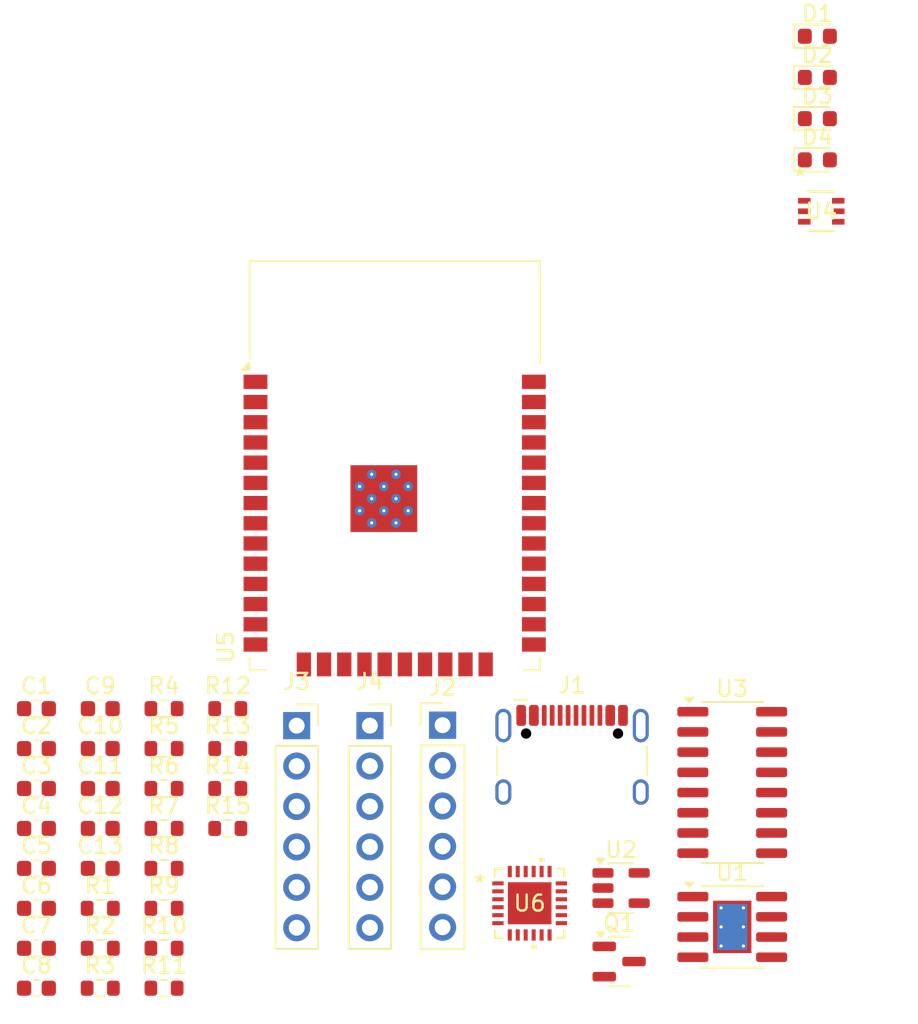
<source format=kicad_pcb>
(kicad_pcb (version 20241229) (generator "pcbnew") (generator_version "9.0")
  (layers (0 "F.Cu" signal) (2 "B.Cu" signal) (13 "F.Paste" user) (15 "B.Paste" user) (5 "F.SilkS" user "F.Silkscreen") (7 "B.SilkS" user "B.Silkscreen") (1 "F.Mask" user) (3 "B.Mask" user) (25 "Edge.Cuts" user))
  (net 0 "")
  (net 1 "VBUS")
  (net 2 "GND")
  (net 3 "Net-(U2-BP)")
  (net 4 "+3V3")
  (net 5 "+BATT")
  (net 6 "EN")
  (net 9 "Net-(U6-CPOUT)")
  (net 10 "Net-(U6-REGOUT)")
  (net 11 "+5V")
  (net 12 "Net-(D2-A)")
  (net 13 "Net-(D3-K)")
  (net 14 "Net-(D4-K)")
  (net 15 "D-")
  (net 18 "D+")
  (net 21 "SCL")
  (net 22 "SDA")
  (net 23 "TXD2")
  (net 24 "RXD2")
  (net 25 "SRV_2")
  (net 26 "SRV_4")
  (net 27 "SRV_3")
  (net 28 "SRV_1")
  (net 29 "Net-(U1-PROG)")
  (net 30 "Net-(U1-~{CHRG})")
  (net 31 "Net-(U1-~{STDBY})")
  (net 32 "ADC_BAT")
  (net 33 "LDO_H")
  (net 34 "Net-(U3-RXD)")
  (net 35 "TX")
  (net 36 "Net-(U3-TXD)")
  (net 37 "RX")
  (net 38 "IO0")
  (net 39 "Net-(U6-AD0)")
  (net 40 "LDO_EN")
  (net 45 "RTS")
  (net 46 "DTR")
  (net 51 "LED_1")
  (net 52 "MOT_2")
  (net 56 "EXIO1")
  (net 57 "MOT_1")
  (net 58 "EXI5")
  (net 59 "EXIO4")
  (net 61 "LED_3")
  (net 62 "LED_2")
  (net 64 "EXIO2")
  (net 67 "MOT_3")
  (net 69 "MOT_4")
  (net 70 "EXIO3")
  (footprint "Resistor_SMD:R_0603_1608Metric" (layer "F.Cu") (at 108.695 123.925)
    (property "Reference" "R1" (at 0 -1.43 0) (layer "F.SilkS"))
    (property "Value" "100k")
    (fp_line (start -0.237258 -0.5225) (end 0.237258 -0.5225) (stroke (width 0.12)) (layer "F.SilkS"))
    (fp_line (start -0.237258 0.5225) (end 0.237258 0.5225) (stroke (width 0.12)) (layer "F.SilkS"))
    (pad "1" smd roundrect (at -0.825 0) (size 0.8 0.95) (layers "F.Cu" "F.Mask" "F.Paste") (net 11 "+5V"))
    (pad "2" smd roundrect (at 0.825 0) (size 0.8 0.95) (layers "F.Cu" "F.Mask" "F.Paste") (net 2 "GND"))
  )
  (footprint "RF_Module:ESP32-WROOM-32" (layer "F.Cu") (at 127.205 99.085)
    (property "Reference" "U5" (at -10.61 8.43 90) (layer "F.SilkS"))
    (property "Value" "ESP32-WROOM-32")
    (fp_line (start -9.12 -15.86) (end -9.12 -9.7) (stroke (width 0.12)) (layer "F.SilkS"))
    (fp_line (start -9.12 -15.86) (end 9.12 -15.86) (stroke (width 0.12)) (layer "F.SilkS"))
    (fp_line (start -9.12 9.1) (end -9.12 9.88) (stroke (width 0.12)) (layer "F.SilkS"))
    (fp_line (start -9.12 9.88) (end -8.12 9.88) (stroke (width 0.12)) (layer "F.SilkS"))
    (fp_line (start 9.12 -15.86) (end 9.12 -9.445) (stroke (width 0.12)) (layer "F.SilkS"))
    (fp_line (start 9.12 9.1) (end 9.12 9.88) (stroke (width 0.12)) (layer "F.SilkS"))
    (fp_line (start 9.12 9.88) (end 8.12 9.88) (stroke (width 0.12)) (layer "F.SilkS"))
    (fp_poly (pts (xy -9.125 -8.975) (xy -9.625 -8.975) (xy -9.125 -9.475) (xy -9.125 -8.975)) (stroke (width 0.12)) (fill yes) (layer "F.SilkS"))
    (pad "1" smd rect (at -8.75 -8.25) (size 1.5 0.9) (layers "F.Cu" "F.Mask" "F.Paste") (net 2 "GND"))
    (pad "2" smd rect (at -8.75 -6.98) (size 1.5 0.9) (layers "F.Cu" "F.Mask" "F.Paste"))
    (pad "3" smd rect (at -8.75 -5.71) (size 1.5 0.9) (layers "F.Cu" "F.Mask" "F.Paste") (net 6 "EN"))
    (pad "4" smd rect (at -8.75 -4.44) (size 1.5 0.9) (layers "F.Cu" "F.Mask" "F.Paste"))
    (pad "5" smd rect (at -8.75 -3.17) (size 1.5 0.9) (layers "F.Cu" "F.Mask" "F.Paste"))
    (pad "6" smd rect (at -8.75 -1.9) (size 1.5 0.9) (layers "F.Cu" "F.Mask" "F.Paste") (net 58 "EXI5"))
    (pad "7" smd rect (at -8.75 -0.63) (size 1.5 0.9) (layers "F.Cu" "F.Mask" "F.Paste") (net 32 "ADC_BAT"))
    (pad "8" smd rect (at -8.75 0.64) (size 1.5 0.9) (layers "F.Cu" "F.Mask" "F.Paste") (net 67 "MOT_3"))
    (pad "9" smd rect (at -8.75 1.91) (size 1.5 0.9) (layers "F.Cu" "F.Mask" "F.Paste") (net 52 "MOT_2"))
    (pad "10" smd rect (at -8.75 3.18) (size 1.5 0.9) (layers "F.Cu" "F.Mask" "F.Paste") (net 69 "MOT_4"))
    (pad "11" smd rect (at -8.75 4.45) (size 1.5 0.9) (layers "F.Cu" "F.Mask" "F.Paste") (net 26 "SRV_4"))
    (pad "12" smd rect (at -8.75 5.72) (size 1.5 0.9) (layers "F.Cu" "F.Mask" "F.Paste") (net 27 "SRV_3"))
    (pad "13" smd rect (at -8.75 6.99) (size 1.5 0.9) (layers "F.Cu" "F.Mask" "F.Paste") (net 25 "SRV_2"))
    (pad "14" smd rect (at -8.75 8.26) (size 1.5 0.9) (layers "F.Cu" "F.Mask" "F.Paste") (net 28 "SRV_1"))
    (pad "15" smd rect (at -5.71 9.51 90) (size 1.5 0.9) (layers "F.Cu" "F.Mask" "F.Paste") (net 2 "GND"))
    (pad "16" smd rect (at -4.44 9.51 90) (size 1.5 0.9) (layers "F.Cu" "F.Mask" "F.Paste") (net 56 "EXIO1"))
    (pad "17" smd rect (at -3.17 9.51 90) (size 1.5 0.9) (layers "F.Cu" "F.Mask" "F.Paste"))
    (pad "18" smd rect (at -1.9 9.51 90) (size 1.5 0.9) (layers "F.Cu" "F.Mask" "F.Paste"))
    (pad "19" smd rect (at -0.63 9.51 90) (size 1.5 0.9) (layers "F.Cu" "F.Mask" "F.Paste"))
    (pad "20" smd rect (at 0.64 9.51 90) (size 1.5 0.9) (layers "F.Cu" "F.Mask" "F.Paste"))
    (pad "21" smd rect (at 1.91 9.51 90) (size 1.5 0.9) (layers "F.Cu" "F.Mask" "F.Paste"))
    (pad "22" smd rect (at 3.18 9.51 90) (size 1.5 0.9) (layers "F.Cu" "F.Mask" "F.Paste"))
    (pad "23" smd rect (at 4.45 9.51 90) (size 1.5 0.9) (layers "F.Cu" "F.Mask" "F.Paste") (net 64 "EXIO2"))
    (pad "24" smd rect (at 5.72 9.51 90) (size 1.5 0.9) (layers "F.Cu" "F.Mask" "F.Paste") (net 70 "EXIO3"))
    (pad "25" smd rect (at 8.75 8.26) (size 1.5 0.9) (layers "F.Cu" "F.Mask" "F.Paste") (net 38 "IO0"))
    (pad "26" smd rect (at 8.75 6.99) (size 1.5 0.9) (layers "F.Cu" "F.Mask" "F.Paste") (net 57 "MOT_1"))
    (pad "27" smd rect (at 8.75 5.72) (size 1.5 0.9) (layers "F.Cu" "F.Mask" "F.Paste") (net 24 "RXD2"))
    (pad "28" smd rect (at 8.75 4.45) (size 1.5 0.9) (layers "F.Cu" "F.Mask" "F.Paste") (net 23 "TXD2"))
    (pad "29" smd rect (at 8.75 3.18) (size 1.5 0.9) (layers "F.Cu" "F.Mask" "F.Paste") (net 62 "LED_2"))
    (pad "30" smd rect (at 8.75 1.91) (size 1.5 0.9) (layers "F.Cu" "F.Mask" "F.Paste") (net 61 "LED_3"))
    (pad "31" smd rect (at 8.75 0.64) (size 1.5 0.9) (layers "F.Cu" "F.Mask" "F.Paste") (net 59 "EXIO4"))
    (pad "32" smd rect (at 8.75 -0.63) (size 1.5 0.9) (layers "F.Cu" "F.Mask" "F.Paste"))
    (pad "33" smd rect (at 8.75 -1.9) (size 1.5 0.9) (layers "F.Cu" "F.Mask" "F.Paste") (net 22 "SDA"))
    (pad "34" smd rect (at 8.75 -3.17) (size 1.5 0.9) (layers "F.Cu" "F.Mask" "F.Paste") (net 37 "RX"))
    (pad "35" smd rect (at 8.75 -4.44) (size 1.5 0.9) (layers "F.Cu" "F.Mask" "F.Paste") (net 35 "TX"))
    (pad "36" smd rect (at 8.75 -5.71) (size 1.5 0.9) (layers "F.Cu" "F.Mask" "F.Paste") (net 21 "SCL"))
    (pad "37" smd rect (at 8.75 -6.98) (size 1.5 0.9) (layers "F.Cu" "F.Mask" "F.Paste") (net 51 "LED_1"))
    (pad "38" smd rect (at 8.75 -8.25) (size 1.5 0.9) (layers "F.Cu" "F.Mask" "F.Paste") (net 2 "GND"))
    (pad "39" smd rect (at -2.205 -2.435) (size 1.05 1.05) (layers "F.Cu" "F.Paste") (net 2 "GND"))
    (pad "39" thru_hole circle (at -2.205 -1.6725) (size 0.6 0.6) (drill 0.2) (property pad_prop_heatsink) (layers "*.Cu" "F.Mask") (net 2 "GND"))
    (pad "39" smd rect (at -2.205 -0.91) (size 1.05 1.05) (layers "F.Cu" "F.Paste") (net 2 "GND"))
    (pad "39" thru_hole circle (at -2.205 -0.1475) (size 0.6 0.6) (drill 0.2) (property pad_prop_heatsink) (layers "*.Cu" "F.Mask") (net 2 "GND"))
    (pad "39" smd rect (at -2.205 0.615) (size 1.05 1.05) (layers "F.Cu" "F.Paste") (net 2 "GND"))
    (pad "39" thru_hole circle (at -1.4425 -2.435) (size 0.6 0.6) (drill 0.2) (property pad_prop_heatsink) (layers "*.Cu" "F.Mask") (net 2 "GND"))
    (pad "39" thru_hole circle (at -1.4425 -0.91) (size 0.6 0.6) (drill 0.2) (property pad_prop_heatsink) (layers "*.Cu" "F.Mask") (net 2 "GND"))
    (pad "39" thru_hole circle (at -1.4425 0.615) (size 0.6 0.6) (drill 0.2) (property pad_prop_heatsink) (layers "*.Cu" "F.Mask") (net 2 "GND"))
    (pad "39" smd rect (at -0.68 -2.435) (size 1.05 1.05) (layers "F.Cu" "F.Paste") (net 2 "GND"))
    (pad "39" thru_hole circle (at -0.68 -1.6725) (size 0.6 0.6) (drill 0.2) (property pad_prop_heatsink) (layers "*.Cu" "F.Mask") (net 2 "GND"))
    (pad "39" smd rect (at -0.68 -0.91) (size 1.05 1.05) (layers "F.Cu" "F.Paste") (net 2 "GND"))
    (pad "39" smd rect (at -0.68 -0.91) (size 4.2 4.2) (property pad_prop_heatsink) (layers "F.Cu" "F.Mask") (net 2 "GND"))
    (pad "39" thru_hole circle (at -0.68 -0.1475) (size 0.6 0.6) (drill 0.2) (property pad_prop_heatsink) (layers "*.Cu" "F.Mask") (net 2 "GND"))
    (pad "39" smd rect (at -0.68 0.615) (size 1.05 1.05) (layers "F.Cu" "F.Paste") (net 2 "GND"))
    (pad "39" thru_hole circle (at 0.0825 -2.435) (size 0.6 0.6) (drill 0.2) (property pad_prop_heatsink) (layers "*.Cu" "F.Mask") (net 2 "GND"))
    (pad "39" thru_hole circle (at 0.0825 -0.91) (size 0.6 0.6) (drill 0.2) (property pad_prop_heatsink) (layers "*.Cu" "F.Mask") (net 2 "GND"))
    (pad "39" thru_hole circle (at 0.0825 0.615) (size 0.6 0.6) (drill 0.2) (property pad_prop_heatsink) (layers "*.Cu" "F.Mask") (net 2 "GND"))
    (pad "39" smd rect (at 0.845 -2.435) (size 1.05 1.05) (layers "F.Cu" "F.Paste") (net 2 "GND"))
    (pad "39" thru_hole circle (at 0.845 -1.6725) (size 0.6 0.6) (drill 0.2) (property pad_prop_heatsink) (layers "*.Cu" "F.Mask") (net 2 "GND"))
    (pad "39" smd rect (at 0.845 -0.91) (size 1.05 1.05) (layers "F.Cu" "F.Paste") (net 2 "GND"))
    (pad "39" thru_hole circle (at 0.845 -0.1475) (size 0.6 0.6) (drill 0.2) (property pad_prop_heatsink) (layers "*.Cu" "F.Mask") (net 2 "GND"))
    (pad "39" smd rect (at 0.845 0.615) (size 1.05 1.05) (layers "F.Cu" "F.Paste") (net 2 "GND"))
  )
  (footprint "Connector_PinSocket_2.54mm:PinSocket_1x06_P2.54mm_Vertical" (layer "F.Cu") (at 121.045 112.445)
    (property "Reference" "J3" (at 0 -2.77 0) (layer "F.SilkS"))
    (property "Value" "Conn_01x06_Socket")
    (fp_line (start -1.33 1.27) (end -1.33 14.03) (stroke (width 0.12)) (layer "F.SilkS"))
    (fp_line (start -1.33 1.27) (end 1.33 1.27) (stroke (width 0.12)) (layer "F.SilkS"))
    (fp_line (start -1.33 14.03) (end 1.33 14.03) (stroke (width 0.12)) (layer "F.SilkS"))
    (fp_line (start 0 -1.33) (end 1.33 -1.33) (stroke (width 0.12)) (layer "F.SilkS"))
    (fp_line (start 1.33 -1.33) (end 1.33 0) (stroke (width 0.12)) (layer "F.SilkS"))
    (fp_line (start 1.33 1.27) (end 1.33 14.03) (stroke (width 0.12)) (layer "F.SilkS"))
    (pad "1" thru_hole rect (at 0 0) (size 1.7 1.7) (drill 1) (layers "*.Cu" "*.Mask") (net 2 "GND"))
    (pad "2" thru_hole circle (at 0 2.54) (size 1.7 1.7) (drill 1) (layers "*.Cu" "*.Mask") (net 4 "+3V3"))
    (pad "3" thru_hole circle (at 0 5.08) (size 1.7 1.7) (drill 1) (layers "*.Cu" "*.Mask") (net 24 "RXD2"))
    (pad "4" thru_hole circle (at 0 7.62) (size 1.7 1.7) (drill 1) (layers "*.Cu" "*.Mask") (net 23 "TXD2"))
    (pad "5" thru_hole circle (at 0 10.16) (size 1.7 1.7) (drill 1) (layers "*.Cu" "*.Mask") (net 22 "SDA"))
    (pad "6" thru_hole circle (at 0 12.7) (size 1.7 1.7) (drill 1) (layers "*.Cu" "*.Mask") (net 21 "SCL"))
  )
  (footprint "Resistor_SMD:R_0603_1608Metric" (layer "F.Cu") (at 112.705 128.945)
    (property "Reference" "R11" (at 0 -1.43 0) (layer "F.SilkS"))
    (property "Value" "10k")
    (fp_line (start -0.237258 -0.5225) (end 0.237258 -0.5225) (stroke (width 0.12)) (layer "F.SilkS"))
    (fp_line (start -0.237258 0.5225) (end 0.237258 0.5225) (stroke (width 0.12)) (layer "F.SilkS"))
    (pad "1" smd roundrect (at -0.825 0) (size 0.8 0.95) (layers "F.Cu" "F.Mask" "F.Paste") (net 4 "+3V3"))
    (pad "2" smd roundrect (at 0.825 0) (size 0.8 0.95) (layers "F.Cu" "F.Mask" "F.Paste") (net 6 "EN"))
  )
  (footprint "Capacitor_SMD:C_0603_1608Metric" (layer "F.Cu") (at 104.685 121.415)
    (property "Reference" "C5" (at 0 -1.43 0) (layer "F.SilkS"))
    (property "Value" "10uF")
    (fp_line (start -0.14058 -0.51) (end 0.14058 -0.51) (stroke (width 0.12)) (layer "F.SilkS"))
    (fp_line (start -0.14058 0.51) (end 0.14058 0.51) (stroke (width 0.12)) (layer "F.SilkS"))
    (pad "1" smd roundrect (at -0.775 0) (size 0.9 0.95) (layers "F.Cu" "F.Mask" "F.Paste") (net 5 "+BATT"))
    (pad "2" smd roundrect (at 0.775 0) (size 0.9 0.95) (layers "F.Cu" "F.Mask" "F.Paste") (net 2 "GND"))
  )
  (footprint "Diode_SMD:D_0603_1608Metric" (layer "F.Cu") (at 153.775 69.115)
    (property "Reference" "D1" (at 0 -1.43 0) (layer "F.SilkS"))
    (property "Value" "SS34")
    (fp_line (start -1.485 -0.735) (end -1.485 0.735) (stroke (width 0.12)) (layer "F.SilkS"))
    (fp_line (start -1.485 0.735) (end 0.8 0.735) (stroke (width 0.12)) (layer "F.SilkS"))
    (fp_line (start 0.8 -0.735) (end -1.485 -0.735) (stroke (width 0.12)) (layer "F.SilkS"))
    (pad "1" smd roundrect (at -0.7875 0) (size 0.875 0.95) (layers "F.Cu" "F.Mask" "F.Paste") (net 1 "VBUS"))
    (pad "2" smd roundrect (at 0.7875 0) (size 0.875 0.95) (layers "F.Cu" "F.Mask" "F.Paste") (net 11 "+5V"))
  )
  (footprint "Resistor_SMD:R_0603_1608Metric" (layer "F.Cu") (at 108.695 128.945)
    (property "Reference" "R3" (at 0 -1.43 0) (layer "F.SilkS"))
    (property "Value" "3.3k")
    (fp_line (start -0.237258 -0.5225) (end 0.237258 -0.5225) (stroke (width 0.12)) (layer "F.SilkS"))
    (fp_line (start -0.237258 0.5225) (end 0.237258 0.5225) (stroke (width 0.12)) (layer "F.SilkS"))
    (pad "1" smd roundrect (at -0.825 0) (size 0.8 0.95) (layers "F.Cu" "F.Mask" "F.Paste") (net 29 "Net-(U1-PROG)"))
    (pad "2" smd roundrect (at 0.825 0) (size 0.8 0.95) (layers "F.Cu" "F.Mask" "F.Paste") (net 2 "GND"))
  )
  (footprint "Resistor_SMD:R_0603_1608Metric" (layer "F.Cu") (at 116.715 111.375)
    (property "Reference" "R12" (at 0 -1.43 0) (layer "F.SilkS"))
    (property "Value" "10k")
    (fp_line (start -0.237258 -0.5225) (end 0.237258 -0.5225) (stroke (width 0.12)) (layer "F.SilkS"))
    (fp_line (start -0.237258 0.5225) (end 0.237258 0.5225) (stroke (width 0.12)) (layer "F.SilkS"))
    (pad "1" smd roundrect (at -0.825 0) (size 0.8 0.95) (layers "F.Cu" "F.Mask" "F.Paste") (net 4 "+3V3"))
    (pad "2" smd roundrect (at 0.825 0) (size 0.8 0.95) (layers "F.Cu" "F.Mask" "F.Paste") (net 38 "IO0"))
  )
  (footprint "Package_TO_SOT_SMD:SOT-23" (layer "F.Cu") (at 141.315 127.27)
    (property "Reference" "Q1" (at 0 -2.4 0) (layer "F.SilkS"))
    (property "Value" "AO3401A")
    (fp_line (start 0 -1.56) (end -0.65 -1.56) (stroke (width 0.12)) (layer "F.SilkS"))
    (fp_line (start 0 -1.56) (end 0.65 -1.56) (stroke (width 0.12)) (layer "F.SilkS"))
    (fp_line (start 0 1.56) (end -0.65 1.56) (stroke (width 0.12)) (layer "F.SilkS"))
    (fp_line (start 0 1.56) (end 0.65 1.56) (stroke (width 0.12)) (layer "F.SilkS"))
    (fp_poly (pts (xy -1.1625 -1.51) (xy -1.4025 -1.84) (xy -0.9225 -1.84)) (stroke (width 0.12)) (fill yes) (layer "F.SilkS"))
    (pad "1" smd roundrect (at -0.9375 -0.95) (size 1.475 0.6) (layers "F.Cu" "F.Mask" "F.Paste") (net 5 "+BATT"))
    (pad "2" smd roundrect (at -0.9375 0.95) (size 1.475 0.6) (layers "F.Cu" "F.Mask" "F.Paste") (net 11 "+5V"))
    (pad "3" smd roundrect (at 0.9375 0) (size 1.475 0.6) (layers "F.Cu" "F.Mask" "F.Paste") (net 1 "VBUS"))
  )
  (footprint "Resistor_SMD:R_0603_1608Metric" (layer "F.Cu") (at 116.715 118.905)
    (property "Reference" "R15" (at 0 -1.43 0) (layer "F.SilkS"))
    (property "Value" "4.7k")
    (fp_line (start -0.237258 -0.5225) (end 0.237258 -0.5225) (stroke (width 0.12)) (layer "F.SilkS"))
    (fp_line (start -0.237258 0.5225) (end 0.237258 0.5225) (stroke (width 0.12)) (layer "F.SilkS"))
    (pad "1" smd roundrect (at -0.825 0) (size 0.8 0.95) (layers "F.Cu" "F.Mask" "F.Paste") (net 2 "GND"))
    (pad "2" smd roundrect (at 0.825 0) (size 0.8 0.95) (layers "F.Cu" "F.Mask" "F.Paste") (net 39 "Net-(U6-AD0)"))
  )
  (footprint "Resistor_SMD:R_0603_1608Metric" (layer "F.Cu") (at 112.705 126.435)
    (property "Reference" "R10" (at 0 -1.43 0) (layer "F.SilkS"))
    (property "Value" "1k")
    (fp_line (start -0.237258 -0.5225) (end 0.237258 -0.5225) (stroke (width 0.12)) (layer "F.SilkS"))
    (fp_line (start -0.237258 0.5225) (end 0.237258 0.5225) (stroke (width 0.12)) (layer "F.SilkS"))
    (pad "1" smd roundrect (at -0.825 0) (size 0.8 0.95) (layers "F.Cu" "F.Mask" "F.Paste") (net 36 "Net-(U3-TXD)"))
    (pad "2" smd roundrect (at 0.825 0) (size 0.8 0.95) (layers "F.Cu" "F.Mask" "F.Paste") (net 37 "RX"))
  )
  (footprint "Connector_PinSocket_2.54mm:PinSocket_1x06_P2.54mm_Vertical" (layer "F.Cu") (at 125.645 112.445)
    (property "Reference" "J4" (at 0 -2.77 0) (layer "F.SilkS"))
    (property "Value" "Conn_01x06_Socket")
    (fp_line (start -1.33 1.27) (end -1.33 14.03) (stroke (width 0.12)) (layer "F.SilkS"))
    (fp_line (start -1.33 1.27) (end 1.33 1.27) (stroke (width 0.12)) (layer "F.SilkS"))
    (fp_line (start -1.33 14.03) (end 1.33 14.03) (stroke (width 0.12)) (layer "F.SilkS"))
    (fp_line (start 0 -1.33) (end 1.33 -1.33) (stroke (width 0.12)) (layer "F.SilkS"))
    (fp_line (start 1.33 -1.33) (end 1.33 0) (stroke (width 0.12)) (layer "F.SilkS"))
    (fp_line (start 1.33 1.27) (end 1.33 14.03) (stroke (width 0.12)) (layer "F.SilkS"))
    (pad "1" thru_hole rect (at 0 0) (size 1.7 1.7) (drill 1) (layers "*.Cu" "*.Mask") (net 2 "GND"))
    (pad "2" thru_hole circle (at 0 2.54) (size 1.7 1.7) (drill 1) (layers "*.Cu" "*.Mask") (net 5 "+BATT"))
    (pad "3" thru_hole circle (at 0 5.08) (size 1.7 1.7) (drill 1) (layers "*.Cu" "*.Mask") (net 28 "SRV_1"))
    (pad "4" thru_hole circle (at 0 7.62) (size 1.7 1.7) (drill 1) (layers "*.Cu" "*.Mask") (net 25 "SRV_2"))
    (pad "5" thru_hole circle (at 0 10.16) (size 1.7 1.7) (drill 1) (layers "*.Cu" "*.Mask") (net 27 "SRV_3"))
    (pad "6" thru_hole circle (at 0 12.7) (size 1.7 1.7) (drill 1) (layers "*.Cu" "*.Mask") (net 26 "SRV_4"))
  )
  (footprint "footprints:QFN24_4X4X0P9-0P5_TDK" (layer "F.Cu") (at 135.6897 123.6075)
    (property "Reference" "U6" (at 0 0 0) (layer "F.SilkS"))
    (property "Value" "MPU-6050")
    (fp_line (start -2.1717 -2.1717) (end -2.1717 -1.710055) (stroke (width 0.1524)) (layer "F.SilkS"))
    (fp_line (start -2.1717 1.710055) (end -2.1717 2.1717) (stroke (width 0.1524)) (layer "F.SilkS"))
    (fp_line (start -2.1717 2.1717) (end -1.710055 2.1717) (stroke (width 0.1524)) (layer "F.SilkS"))
    (fp_line (start -1.710055 -2.1717) (end -2.1717 -2.1717) (stroke (width 0.1524)) (layer "F.SilkS"))
    (fp_line (start 1.710055 2.1717) (end 2.1717 2.1717) (stroke (width 0.1524)) (layer "F.SilkS"))
    (fp_line (start 2.1717 -2.1717) (end 1.710055 -2.1717) (stroke (width 0.1524)) (layer "F.SilkS"))
    (fp_line (start 2.1717 -1.710055) (end 2.1717 -2.1717) (stroke (width 0.1524)) (layer "F.SilkS"))
    (fp_line (start 2.1717 2.1717) (end 2.1717 1.710055) (stroke (width 0.1524)) (layer "F.SilkS"))
    (fp_poly (pts (xy 0.059563 2.6035) (xy 0.059563 2.8575) (xy 0.440563 2.8575) (xy 0.440563 2.6035)) (fill yes) (layer "F.SilkS"))
    (fp_poly (pts (xy 0.559689 -2.6035) (xy 0.559689 -2.8575) (xy 0.940689 -2.8575) (xy 0.940689 -2.6035)) (fill yes) (layer "F.SilkS"))
    (fp_text user "*" (at -3.1369 -1.250315 0) (layer "F.SilkS"))
    (fp_text user "*" (at -3.1369 -1.250315 0) (layer "F.SilkS"))
    (pad "1" smd rect (at -1.9939 -1.250315 90) (size 0.254 0.7112) (layers "F.Cu" "F.Mask" "F.Paste") (net 2 "GND"))
    (pad "2" smd rect (at -1.9939 -0.750189 90) (size 0.254 0.7112) (layers "F.Cu" "F.Mask" "F.Paste"))
    (pad "3" smd rect (at -1.9939 -0.250063 90) (size 0.254 0.7112) (layers "F.Cu" "F.Mask" "F.Paste"))
    (pad "4" smd rect (at -1.9939 0.250063 90) (size 0.254 0.7112) (layers "F.Cu" "F.Mask" "F.Paste"))
    (pad "5" smd rect (at -1.9939 0.750189 90) (size 0.254 0.7112) (layers "F.Cu" "F.Mask" "F.Paste"))
    (pad "6" smd rect (at -1.9939 1.250315 90) (size 0.254 0.7112) (layers "F.Cu" "F.Mask" "F.Paste"))
    (pad "7" smd rect (at -1.250315 1.9939) (size 0.254 0.7112) (layers "F.Cu" "F.Mask" "F.Paste"))
    (pad "8" smd rect (at -0.750189 1.9939) (size 0.254 0.7112) (layers "F.Cu" "F.Mask" "F.Paste") (net 4 "+3V3"))
    (pad "9" smd rect (at -0.250063 1.9939) (size 0.254 0.7112) (layers "F.Cu" "F.Mask" "F.Paste") (net 39 "Net-(U6-AD0)"))
    (pad "10" smd rect (at 0.250063 1.9939) (size 0.254 0.7112) (layers "F.Cu" "F.Mask" "F.Paste") (net 10 "Net-(U6-REGOUT)"))
    (pad "11" smd rect (at 0.750189 1.9939) (size 0.254 0.7112) (layers "F.Cu" "F.Mask" "F.Paste") (net 2 "GND"))
    (pad "12" smd rect (at 1.250315 1.9939) (size 0.254 0.7112) (layers "F.Cu" "F.Mask" "F.Paste") (net 25 "SRV_2"))
    (pad "13" smd rect (at 1.9939 1.250315 90) (size 0.254 0.7112) (layers "F.Cu" "F.Mask" "F.Paste") (net 4 "+3V3"))
    (pad "14" smd rect (at 1.9939 0.750189 90) (size 0.254 0.7112) (layers "F.Cu" "F.Mask" "F.Paste"))
    (pad "15" smd rect (at 1.9939 0.250063 90) (size 0.254 0.7112) (layers "F.Cu" "F.Mask" "F.Paste"))
    (pad "16" smd rect (at 1.9939 -0.250063 90) (size 0.254 0.7112) (layers "F.Cu" "F.Mask" "F.Paste"))
    (pad "17" smd rect (at 1.9939 -0.750189 90) (size 0.254 0.7112) (layers "F.Cu" "F.Mask" "F.Paste"))
    (pad "18" smd rect (at 1.9939 -1.250315 90) (size 0.254 0.7112) (layers "F.Cu" "F.Mask" "F.Paste") (net 2 "GND"))
    (pad "19" smd rect (at 1.250315 -1.9939) (size 0.254 0.7112) (layers "F.Cu" "F.Mask" "F.Paste"))
    (pad "20" smd rect (at 0.750189 -1.9939) (size 0.254 0.7112) (layers "F.Cu" "F.Mask" "F.Paste") (net 9 "Net-(U6-CPOUT)"))
    (pad "21" smd rect (at 0.250063 -1.9939) (size 0.254 0.7112) (layers "F.Cu" "F.Mask" "F.Paste"))
    (pad "22" smd rect (at -0.250063 -1.9939) (size 0.254 0.7112) (layers "F.Cu" "F.Mask" "F.Paste"))
    (pad "23" smd rect (at -0.750189 -1.9939) (size 0.254 0.7112) (layers "F.Cu" "F.Mask" "F.Paste") (net 21 "SCL"))
    (pad "24" smd rect (at -1.250315 -1.9939) (size 0.254 0.7112) (layers "F.Cu" "F.Mask" "F.Paste") (net 22 "SDA"))
    (pad "25" smd rect (at 0 0) (size 2.7432 2.6416) (layers "F.Cu" "F.Mask" "F.Paste"))
  )
  (footprint "Resistor_SMD:R_0603_1608Metric" (layer "F.Cu") (at 112.705 111.375)
    (property "Reference" "R4" (at 0 -1.43 0) (layer "F.SilkS"))
    (property "Value" "1.3k")
    (fp_line (start -0.237258 -0.5225) (end 0.237258 -0.5225) (stroke (width 0.12)) (layer "F.SilkS"))
    (fp_line (start -0.237258 0.5225) (end 0.237258 0.5225) (stroke (width 0.12)) (layer "F.SilkS"))
    (pad "1" smd roundrect (at -0.825 0) (size 0.8 0.95) (layers "F.Cu" "F.Mask" "F.Paste") (net 14 "Net-(D4-K)"))
    (pad "2" smd roundrect (at 0.825 0) (size 0.8 0.95) (layers "F.Cu" "F.Mask" "F.Paste") (net 30 "Net-(U1-~{CHRG})"))
  )
  (footprint "Capacitor_SMD:C_0603_1608Metric" (layer "F.Cu") (at 108.695 121.415)
    (property "Reference" "C13" (at 0 -1.43 0) (layer "F.SilkS"))
    (property "Value" "C")
    (fp_line (start -0.14058 -0.51) (end 0.14058 -0.51) (stroke (width 0.12)) (layer "F.SilkS"))
    (fp_line (start -0.14058 0.51) (end 0.14058 0.51) (stroke (width 0.12)) (layer "F.SilkS"))
    (pad "1" smd roundrect (at -0.775 0) (size 0.9 0.95) (layers "F.Cu" "F.Mask" "F.Paste") (net 2 "GND"))
    (pad "2" smd roundrect (at 0.775 0) (size 0.9 0.95) (layers "F.Cu" "F.Mask" "F.Paste") (net 10 "Net-(U6-REGOUT)"))
  )
  (footprint "Capacitor_SMD:C_0603_1608Metric" (layer "F.Cu") (at 108.695 113.885)
    (property "Reference" "C10" (at 0 -1.43 0) (layer "F.SilkS"))
    (property "Value" "C")
    (fp_line (start -0.14058 -0.51) (end 0.14058 -0.51) (stroke (width 0.12)) (layer "F.SilkS"))
    (fp_line (start -0.14058 0.51) (end 0.14058 0.51) (stroke (width 0.12)) (layer "F.SilkS"))
    (pad "1" smd roundrect (at -0.775 0) (size 0.9 0.95) (layers "F.Cu" "F.Mask" "F.Paste"))
    (pad "2" smd roundrect (at 0.775 0) (size 0.9 0.95) (layers "F.Cu" "F.Mask" "F.Paste"))
  )
  (footprint "Capacitor_SMD:C_0603_1608Metric" (layer "F.Cu") (at 104.685 118.905)
    (property "Reference" "C4" (at 0 -1.43 0) (layer "F.SilkS"))
    (property "Value" "10uf")
    (fp_line (start -0.14058 -0.51) (end 0.14058 -0.51) (stroke (width 0.12)) (layer "F.SilkS"))
    (fp_line (start -0.14058 0.51) (end 0.14058 0.51) (stroke (width 0.12)) (layer "F.SilkS"))
    (pad "1" smd roundrect (at -0.775 0) (size 0.9 0.95) (layers "F.Cu" "F.Mask" "F.Paste") (net 4 "+3V3"))
    (pad "2" smd roundrect (at 0.775 0) (size 0.9 0.95) (layers "F.Cu" "F.Mask" "F.Paste") (net 2 "GND"))
  )
  (footprint "Package_SO:SOIC-8-1EP_3.9x4.9mm_P1.27mm_EP2.41x3.3mm_ThermalVias" (layer "F.Cu") (at 148.425 125.095)
    (property "Reference" "U1" (at 0 -3.4 0) (layer "F.SilkS"))
    (property "Value" "TP4056-42-ESOP8")
    (fp_line (start 0 -2.56) (end -1.95 -2.56) (stroke (width 0.12)) (layer "F.SilkS"))
    (fp_line (start 0 -2.56) (end 1.95 -2.56) (stroke (width 0.12)) (layer "F.SilkS"))
    (fp_line (start 0 2.56) (end -1.95 2.56) (stroke (width 0.12)) (layer "F.SilkS"))
    (fp_line (start 0 2.56) (end 1.95 2.56) (stroke (width 0.12)) (layer "F.SilkS"))
    (fp_poly (pts (xy -2.7 -2.465) (xy -2.94 -2.795) (xy -2.46 -2.795)) (stroke (width 0.12)) (fill yes) (layer "F.SilkS"))
    (pad "1" smd roundrect (at -2.475 -1.905) (size 1.95 0.6) (layers "F.Cu" "F.Mask" "F.Paste") (net 2 "GND"))
    (pad "2" smd roundrect (at -2.475 -0.635) (size 1.95 0.6) (layers "F.Cu" "F.Mask" "F.Paste") (net 29 "Net-(U1-PROG)"))
    (pad "3" smd roundrect (at -2.475 0.635) (size 1.95 0.6) (layers "F.Cu" "F.Mask" "F.Paste") (net 2 "GND"))
    (pad "4" smd roundrect (at -2.475 1.905) (size 1.95 0.6) (layers "F.Cu" "F.Mask" "F.Paste") (net 1 "VBUS"))
    (pad "5" smd roundrect (at 2.475 1.905) (size 1.95 0.6) (layers "F.Cu" "F.Mask" "F.Paste") (net 5 "+BATT"))
    (pad "6" smd roundrect (at 2.475 0.635) (size 1.95 0.6) (layers "F.Cu" "F.Mask" "F.Paste") (net 31 "Net-(U1-~{STDBY})"))
    (pad "7" smd roundrect (at 2.475 -0.635) (size 1.95 0.6) (layers "F.Cu" "F.Mask" "F.Paste") (net 30 "Net-(U1-~{CHRG})"))
    (pad "8" smd roundrect (at 2.475 -1.905) (size 1.95 0.6) (layers "F.Cu" "F.Mask" "F.Paste") (net 1 "VBUS"))
    (pad "9" thru_hole circle (at -0.7 -1.2) (size 0.5 0.5) (drill 0.2) (property pad_prop_heatsink) (layers "*.Cu") (net 2 "GND"))
    (pad "9" thru_hole circle (at -0.7 0) (size 0.5 0.5) (drill 0.2) (property pad_prop_heatsink) (layers "*.Cu") (net 2 "GND"))
    (pad "9" thru_hole circle (at -0.7 1.2) (size 0.5 0.5) (drill 0.2) (property pad_prop_heatsink) (layers "*.Cu") (net 2 "GND"))
    (pad "9" smd rect (at 0 0) (size 1.9 2.9) (property pad_prop_heatsink) (layers "B.Cu") (net 2 "GND"))
    (pad "9" smd rect (at 0 0) (size 2.41 3.3) (property pad_prop_heatsink) (layers "F.Cu" "F.Mask") (net 2 "GND"))
    (pad "9" thru_hole circle (at 0.7 -1.2) (size 0.5 0.5) (drill 0.2) (property pad_prop_heatsink) (layers "*.Cu") (net 2 "GND"))
    (pad "9" thru_hole circle (at 0.7 0) (size 0.5 0.5) (drill 0.2) (property pad_prop_heatsink) (layers "*.Cu") (net 2 "GND"))
    (pad "9" thru_hole circle (at 0.7 1.2) (size 0.5 0.5) (drill 0.2) (property pad_prop_heatsink) (layers "*.Cu") (net 2 "GND"))
  )
  (footprint "Resistor_SMD:R_0603_1608Metric" (layer "F.Cu") (at 112.705 116.395)
    (property "Reference" "R6" (at 0 -1.43 0) (layer "F.SilkS"))
    (property "Value" "100K")
    (fp_line (start -0.237258 -0.5225) (end 0.237258 -0.5225) (stroke (width 0.12)) (layer "F.SilkS"))
    (fp_line (start -0.237258 0.5225) (end 0.237258 0.5225) (stroke (width 0.12)) (layer "F.SilkS"))
    (pad "1" smd roundrect (at -0.825 0) (size 0.8 0.95) (layers "F.Cu" "F.Mask" "F.Paste") (net 5 "+BATT"))
    (pad "2" smd roundrect (at 0.825 0) (size 0.8 0.95) (layers "F.Cu" "F.Mask" "F.Paste") (net 32 "ADC_BAT"))
  )
  (footprint "Resistor_SMD:R_0603_1608Metric" (layer "F.Cu") (at 112.705 118.905)
    (property "Reference" "R7" (at 0 -1.43 0) (layer "F.SilkS"))
    (property "Value" "100K")
    (fp_line (start -0.237258 -0.5225) (end 0.237258 -0.5225) (stroke (width 0.12)) (layer "F.SilkS"))
    (fp_line (start -0.237258 0.5225) (end 0.237258 0.5225) (stroke (width 0.12)) (layer "F.SilkS"))
    (pad "1" smd roundrect (at -0.825 0) (size 0.8 0.95) (layers "F.Cu" "F.Mask" "F.Paste") (net 32 "ADC_BAT"))
    (pad "2" smd roundrect (at 0.825 0) (size 0.8 0.95) (layers "F.Cu" "F.Mask" "F.Paste") (net 2 "GND"))
  )
  (footprint "Connector_PinHeader_2.54mm:PinHeader_1x06_P2.54mm_Vertical" (layer "F.Cu") (at 130.215 112.415)
    (property "Reference" "J2" (at 0 -2.38 0) (layer "F.SilkS"))
    (property "Value" "Conn_01x02_Pin")
    (fp_line (start -1.38 -1.38) (end 0 -1.38) (stroke (width 0.12)) (layer "F.SilkS"))
    (fp_line (start -1.38 0) (end -1.38 -1.38) (stroke (width 0.12)) (layer "F.SilkS"))
    (fp_line (start -1.38 1.27) (end -1.38 14.08) (stroke (width 0.12)) (layer "F.SilkS"))
    (fp_line (start -1.38 1.27) (end 1.38 1.27) (stroke (width 0.12)) (layer "F.SilkS"))
    (fp_line (start -1.38 14.08) (end 1.38 14.08) (stroke (width 0.12)) (layer "F.SilkS"))
    (fp_line (start 1.38 1.27) (end 1.38 14.08) (stroke (width 0.12)) (layer "F.SilkS"))
    (pad "1" thru_hole rect (at 0 0) (size 1.7 1.7) (drill 1) (layers "*.Cu" "*.Mask") (net 2 "GND"))
    (pad "2" thru_hole circle (at 0 2.54) (size 1.7 1.7) (drill 1) (layers "*.Cu" "*.Mask") (net 5 "+BATT"))
    (pad "3" thru_hole circle (at 0 5.08) (size 1.7 1.7) (drill 1) (layers "*.Cu" "*.Mask"))
    (pad "4" thru_hole circle (at 0 7.62) (size 1.7 1.7) (drill 1) (layers "*.Cu" "*.Mask"))
    (pad "5" thru_hole circle (at 0 10.16) (size 1.7 1.7) (drill 1) (layers "*.Cu" "*.Mask"))
    (pad "6" thru_hole circle (at 0 12.7) (size 1.7 1.7) (drill 1) (layers "*.Cu" "*.Mask"))
  )
  (footprint "LED_SMD:LED_0603_1608Metric" (layer "F.Cu") (at 153.775 71.705)
    (property "Reference" "D2" (at 0 -1.43 0) (layer "F.SilkS"))
    (property "Value" "LED")
    (fp_line (start -1.485 -0.735) (end -1.485 0.735) (stroke (width 0.12)) (layer "F.SilkS"))
    (fp_line (start -1.485 0.735) (end 0.8 0.735) (stroke (width 0.12)) (layer "F.SilkS"))
    (fp_line (start 0.8 -0.735) (end -1.485 -0.735) (stroke (width 0.12)) (layer "F.SilkS"))
    (pad "1" smd roundrect (at -0.7875 0) (size 0.875 0.95) (layers "F.Cu" "F.Mask" "F.Paste") (net 2 "GND"))
    (pad "2" smd roundrect (at 0.7875 0) (size 0.875 0.95) (layers "F.Cu" "F.Mask" "F.Paste") (net 12 "Net-(D2-A)"))
  )
  (footprint "Capacitor_SMD:C_0603_1608Metric" (layer "F.Cu") (at 108.695 116.395)
    (property "Reference" "C11" (at 0 -1.43 0) (layer "F.SilkS"))
    (property "Value" "0.1uf")
    (fp_line (start -0.14058 -0.51) (end 0.14058 -0.51) (stroke (width 0.12)) (layer "F.SilkS"))
    (fp_line (start -0.14058 0.51) (end 0.14058 0.51) (stroke (width 0.12)) (layer "F.SilkS"))
    (pad "1" smd roundrect (at -0.775 0) (size 0.9 0.95) (layers "F.Cu" "F.Mask" "F.Paste") (net 9 "Net-(U6-CPOUT)"))
    (pad "2" smd roundrect (at 0.775 0) (size 0.9 0.95) (layers "F.Cu" "F.Mask" "F.Paste") (net 2 "GND"))
  )
  (footprint "Capacitor_SMD:C_0603_1608Metric" (layer "F.Cu") (at 108.695 111.375)
    (property "Reference" "C9" (at 0 -1.43 0) (layer "F.SilkS"))
    (property "Value" "1uf")
    (fp_line (start -0.14058 -0.51) (end 0.14058 -0.51) (stroke (width 0.12)) (layer "F.SilkS"))
    (fp_line (start -0.14058 0.51) (end 0.14058 0.51) (stroke (width 0.12)) (layer "F.SilkS"))
    (pad "1" smd roundrect (at -0.775 0) (size 0.9 0.95) (layers "F.Cu" "F.Mask" "F.Paste") (net 4 "+3V3"))
    (pad "2" smd roundrect (at 0.775 0) (size 0.9 0.95) (layers "F.Cu" "F.Mask" "F.Paste") (net 2 "GND"))
  )
  (footprint "Resistor_SMD:R_0603_1608Metric" (layer "F.Cu") (at 116.715 116.395)
    (property "Reference" "R14" (at 0 -1.43 0) (layer "F.SilkS"))
    (property "Value" "10k")
    (fp_line (start -0.237258 -0.5225) (end 0.237258 -0.5225) (stroke (width 0.12)) (layer "F.SilkS"))
    (fp_line (start -0.237258 0.5225) (end 0.237258 0.5225) (stroke (width 0.12)) (layer "F.SilkS"))
    (pad "1" smd roundrect (at -0.825 0) (size 0.8 0.95) (layers "F.Cu" "F.Mask" "F.Paste") (net 4 "+3V3"))
    (pad "2" smd roundrect (at 0.825 0) (size 0.8 0.95) (layers "F.Cu" "F.Mask" "F.Paste") (net 21 "SCL"))
  )
  (footprint "Resistor_SMD:R_0603_1608Metric" (layer "F.Cu") (at 112.705 121.415)
    (property "Reference" "R8" (at 0 -1.43 0) (layer "F.SilkS"))
    (property "Value" "100K")
    (fp_line (start -0.237258 -0.5225) (end 0.237258 -0.5225) (stroke (width 0.12)) (layer "F.SilkS"))
    (fp_line (start -0.237258 0.5225) (end 0.237258 0.5225) (stroke (width 0.12)) (layer "F.SilkS"))
    (pad "1" smd roundrect (at -0.825 0) (size 0.8 0.95) (layers "F.Cu" "F.Mask" "F.Paste") (net 1 "VBUS"))
    (pad "2" smd roundrect (at 0.825 0) (size 0.8 0.95) (layers "F.Cu" "F.Mask" "F.Paste") (net 33 "LDO_H"))
  )
  (footprint "LED_SMD:LED_0603_1608Metric" (layer "F.Cu") (at 153.775 76.885)
    (property "Reference" "D4" (at 0 -1.43 0) (layer "F.SilkS"))
    (property "Value" "LED")
    (fp_line (start -1.485 -0.735) (end -1.485 0.735) (stroke (width 0.12)) (layer "F.SilkS"))
    (fp_line (start -1.485 0.735) (end 0.8 0.735) (stroke (width 0.12)) (layer "F.SilkS"))
    (fp_line (start 0.8 -0.735) (end -1.485 -0.735) (stroke (width 0.12)) (layer "F.SilkS"))
    (pad "1" smd roundrect (at -0.7875 0) (size 0.875 0.95) (layers "F.Cu" "F.Mask" "F.Paste") (net 14 "Net-(D4-K)"))
    (pad "2" smd roundrect (at 0.7875 0) (size 0.875 0.95) (layers "F.Cu" "F.Mask" "F.Paste") (net 1 "VBUS"))
  )
  (footprint "Resistor_SMD:R_0603_1608Metric" (layer "F.Cu") (at 108.695 126.435)
    (property "Reference" "R2" (at 0 -1.43 0) (layer "F.SilkS"))
    (property "Value" "470R")
    (fp_line (start -0.237258 -0.5225) (end 0.237258 -0.5225) (stroke (width 0.12)) (layer "F.SilkS"))
    (fp_line (start -0.237258 0.5225) (end 0.237258 0.5225) (stroke (width 0.12)) (layer "F.SilkS"))
    (pad "1" smd roundrect (at -0.825 0) (size 0.8 0.95) (layers "F.Cu" "F.Mask" "F.Paste") (net 4 "+3V3"))
    (pad "2" smd roundrect (at 0.825 0) (size 0.8 0.95) (layers "F.Cu" "F.Mask" "F.Paste") (net 12 "Net-(D2-A)"))
  )
  (footprint "Capacitor_SMD:C_0603_1608Metric" (layer "F.Cu") (at 104.685 113.885)
    (property "Reference" "C2" (at 0 -1.43 0) (layer "F.SilkS"))
    (property "Value" "470pf")
    (fp_line (start -0.14058 -0.51) (end 0.14058 -0.51) (stroke (width 0.12)) (layer "F.SilkS"))
    (fp_line (start -0.14058 0.51) (end 0.14058 0.51) (stroke (width 0.12)) (layer "F.SilkS"))
    (pad "1" smd roundrect (at -0.775 0) (size 0.9 0.95) (layers "F.Cu" "F.Mask" "F.Paste") (net 3 "Net-(U2-BP)"))
    (pad "2" smd roundrect (at 0.775 0) (size 0.9 0.95) (layers "F.Cu" "F.Mask" "F.Paste") (net 2 "GND"))
  )
  (footprint "DDC:SOT_363_DIO" (layer "F.Cu") (at 154.0207 80.1151)
    (property "Reference" "U4" (at 0 0 0) (layer "F.SilkS"))
    (property "Value" "DDC114TU-7-F")
    (fp_line (start -0.8001 1.2319) (end 0.8001 1.2319) (stroke (width 0.1524)) (layer "F.SilkS"))
    (fp_line (start 0.8001 -1.2319) (end -0.8001 -1.2319) (stroke (width 0.1524)) (layer "F.SilkS"))
    (fp_text user "*" (at -1.3208 -2.159 0) (layer "F.SilkS"))
    (fp_text user "*" (at -1.3208 -2.159 0) (layer "F.SilkS"))
    (pad "1" smd rect (at -1.0668 -0.6604) (size 0.7874 0.3556) (layers "F.Cu" "F.Mask" "F.Paste") (net 45 "RTS"))
    (pad "2" smd rect (at -1.0668 0) (size 0.7874 0.3556) (layers "F.Cu" "F.Mask" "F.Paste") (net 46 "DTR"))
    (pad "3" smd rect (at -1.0668 0.6604) (size 0.7874 0.3556) (layers "F.Cu" "F.Mask" "F.Paste") (net 38 "IO0"))
    (pad "4" smd rect (at 1.0668 0.6604) (size 0.7874 0.3556) (layers "F.Cu" "F.Mask" "F.Paste") (net 46 "DTR"))
    (pad "5" smd rect (at 1.0668 0) (size 0.7874 0.3556) (layers "F.Cu" "F.Mask" "F.Paste") (net 45 "RTS"))
    (pad "6" smd rect (at 1.0668 -0.6604) (size 0.7874 0.3556) (layers "F.Cu" "F.Mask" "F.Paste") (net 6 "EN"))
  )
  (footprint "Connector_USB:USB_C_Receptacle_HCTL_HC-TYPE-C-16P-01A" (layer "F.Cu") (at 138.355 115.545)
    (property "Reference" "J1" (at 0 -5.645 0) (layer "F.SilkS"))
    (property "Value" "USB_C_Receptacle_USB2.0_16P")
    (fp_line (start -4.7 -1.78) (end -4.7 0) (stroke (width 0.12)) (layer "F.SilkS"))
    (fp_line (start -2.8 -4.7) (end -3.6 -4.7) (stroke (width 0.12)) (layer "F.SilkS"))
    (fp_line (start 4.7 -1.78) (end 4.7 0) (stroke (width 0.12)) (layer "F.SilkS"))
    (pad "" np_thru_hole circle (at -2.89 -2.605) (size 0.65 0.65) (drill 0.65) (layers "*.Mask"))
    (pad "" np_thru_hole circle (at 2.89 -2.605) (size 0.65 0.65) (drill 0.65) (layers "*.Mask"))
    (pad "A1" smd roundrect (at -3.2 -3.745) (size 0.6 1.3) (layers "F.Cu" "F.Mask" "F.Paste") (net 2 "GND"))
    (pad "A4" smd roundrect (at -2.4 -3.745) (size 0.6 1.3) (layers "F.Cu" "F.Mask" "F.Paste") (net 11 "+5V"))
    (pad "A5" smd roundrect (at -1.25 -3.745) (size 0.3 1.3) (layers "F.Cu" "F.Mask" "F.Paste"))
    (pad "A6" smd roundrect (at -0.25 -3.745) (size 0.3 1.3) (layers "F.Cu" "F.Mask" "F.Paste") (net 18 "D+"))
    (pad "A7" smd roundrect (at 0.25 -3.745) (size 0.3 1.3) (layers "F.Cu" "F.Mask" "F.Paste") (net 15 "D-"))
    (pad "A8" smd roundrect (at 1.25 -3.745) (size 0.3 1.3) (layers "F.Cu" "F.Mask" "F.Paste"))
    (pad "A9" smd roundrect (at 2.4 -3.745) (size 0.6 1.3) (layers "F.Cu" "F.Mask" "F.Paste") (net 11 "+5V"))
    (pad "A12" smd roundrect (at 3.2 -3.745) (size 0.6 1.3) (layers "F.Cu" "F.Mask" "F.Paste") (net 2 "GND"))
    (pad "B1" smd roundrect (at 3.2 -3.745) (size 0.6 1.3) (layers "F.Cu" "F.Mask" "F.Paste") (net 2 "GND"))
    (pad "B4" smd roundrect (at 2.4 -3.745) (size 0.6 1.3) (layers "F.Cu" "F.Mask" "F.Paste") (net 11 "+5V"))
    (pad "B5" smd roundrect (at 1.75 -3.745) (size 0.3 1.3) (layers "F.Cu" "F.Mask" "F.Paste"))
    (pad "B6" smd roundrect (at 0.75 -3.745) (size 0.3 1.3) (layers "F.Cu" "F.Mask" "F.Paste") (net 18 "D+"))
    (pad "B7" smd roundrect (at -0.75 -3.745) (size 0.3 1.3) (layers "F.Cu" "F.Mask" "F.Paste") (net 15 "D-"))
    (pad "B8" smd roundrect (at -1.75 -3.745) (size 0.3 1.3) (layers "F.Cu" "F.Mask" "F.Paste"))
    (pad "B9" smd roundrect (at -2.4 -3.745) (size 0.6 1.3) (layers "F.Cu" "F.Mask" "F.Paste") (net 11 "+5V"))
    (pad "B12" smd roundrect (at -3.2 -3.745) (size 0.6 1.3) (layers "F.Cu" "F.Mask" "F.Paste") (net 2 "GND"))
    (pad "S1" thru_hole oval (at -4.32 -3.105) (size 1 2.1) (drill oval 0.6 1.7) (property pad_prop_heatsink) (layers "*.Cu" "*.Mask") (net 2 "GND"))
    (pad "S1" thru_hole oval (at -4.32 1.075) (size 1 1.6) (drill oval 0.6 1.2) (property pad_prop_heatsink) (layers "*.Cu" "*.Mask") (net 2 "GND"))
    (pad "S1" thru_hole oval (at 4.32 -3.105) (size 1 2.1) (drill oval 0.6 1.7) (property pad_prop_heatsink) (layers "*.Cu" "*.Mask") (net 2 "GND"))
    (pad "S1" thru_hole oval (at 4.32 1.075) (size 1 1.6) (drill oval 0.6 1.2) (property pad_prop_heatsink) (layers "*.Cu" "*.Mask") (net 2 "GND"))
  )
  (footprint "Capacitor_SMD:C_0603_1608Metric" (layer "F.Cu") (at 104.685 111.375)
    (property "Reference" "C1" (at 0 -1.43 0) (layer "F.SilkS"))
    (property "Value" "10uf")
    (fp_line (start -0.14058 -0.51) (end 0.14058 -0.51) (stroke (width 0.12)) (layer "F.SilkS"))
    (fp_line (start -0.14058 0.51) (end 0.14058 0.51) (stroke (width 0.12)) (layer "F.SilkS"))
    (pad "1" smd roundrect (at -0.775 0) (size 0.9 0.95) (layers "F.Cu" "F.Mask" "F.Paste") (net 1 "VBUS"))
    (pad "2" smd roundrect (at 0.775 0) (size 0.9 0.95) (layers "F.Cu" "F.Mask" "F.Paste") (net 2 "GND"))
  )
  (footprint "LED_SMD:LED_0603_1608Metric" (layer "F.Cu") (at 153.775 74.295)
    (property "Reference" "D3" (at 0 -1.43 0) (layer "F.SilkS"))
    (property "Value" "LED")
    (fp_line (start -1.485 -0.735) (end -1.485 0.735) (stroke (width 0.12)) (layer "F.SilkS"))
    (fp_line (start -1.485 0.735) (end 0.8 0.735) (stroke (width 0.12)) (layer "F.SilkS"))
    (fp_line (start 0.8 -0.735) (end -1.485 -0.735) (stroke (width 0.12)) (layer "F.SilkS"))
    (pad "1" smd roundrect (at -0.7875 0) (size 0.875 0.95) (layers "F.Cu" "F.Mask" "F.Paste") (net 13 "Net-(D3-K)"))
    (pad "2" smd roundrect (at 0.7875 0) (size 0.875 0.95) (layers "F.Cu" "F.Mask" "F.Paste") (net 1 "VBUS"))
  )
  (footprint "Capacitor_SMD:C_0603_1608Metric" (layer "F.Cu") (at 104.685 128.945)
    (property "Reference" "C8" (at 0 -1.43 0) (layer "F.SilkS"))
    (property "Value" "10uf")
    (fp_line (start -0.14058 -0.51) (end 0.14058 -0.51) (stroke (width 0.12)) (layer "F.SilkS"))
    (fp_line (start -0.14058 0.51) (end 0.14058 0.51) (stroke (width 0.12)) (layer "F.SilkS"))
    (pad "1" smd roundrect (at -0.775 0) (size 0.9 0.95) (layers "F.Cu" "F.Mask" "F.Paste") (net 4 "+3V3"))
    (pad "2" smd roundrect (at 0.775 0) (size 0.9 0.95) (layers "F.Cu" "F.Mask" "F.Paste") (net 2 "GND"))
  )
  (footprint "Capacitor_SMD:C_0603_1608Metric" (layer "F.Cu") (at 104.685 126.435)
    (property "Reference" "C7" (at 0 -1.43 0) (layer "F.SilkS"))
    (property "Value" "0.1uf")
    (fp_line (start -0.14058 -0.51) (end 0.14058 -0.51) (stroke (width 0.12)) (layer "F.SilkS"))
    (fp_line (start -0.14058 0.51) (end 0.14058 0.51) (stroke (width 0.12)) (layer "F.SilkS"))
    (pad "1" smd roundrect (at -0.775 0) (size 0.9 0.95) (layers "F.Cu" "F.Mask" "F.Paste") (net 2 "GND"))
    (pad "2" smd roundrect (at 0.775 0) (size 0.9 0.95) (layers "F.Cu" "F.Mask" "F.Paste") (net 6 "EN"))
  )
  (footprint "Capacitor_SMD:C_0603_1608Metric" (layer "F.Cu") (at 104.685 123.925)
    (property "Reference" "C6" (at 0 -1.43 0) (layer "F.SilkS"))
    (property "Value" "0.1uf")
    (fp_line (start -0.14058 -0.51) (end 0.14058 -0.51) (stroke (width 0.12)) (layer "F.SilkS"))
    (fp_line (start -0.14058 0.51) (end 0.14058 0.51) (stroke (width 0.12)) (layer "F.SilkS"))
    (pad "1" smd roundrect (at -0.775 0) (size 0.9 0.95) (layers "F.Cu" "F.Mask" "F.Paste") (net 2 "GND"))
    (pad "2" smd roundrect (at 0.775 0) (size 0.9 0.95) (layers "F.Cu" "F.Mask" "F.Paste") (net 4 "+3V3"))
  )
  (footprint "Resistor_SMD:R_0603_1608Metric" (layer "F.Cu") (at 112.705 123.925)
    (property "Reference" "R9" (at 0 -1.43 0) (layer "F.SilkS"))
    (property "Value" "1k")
    (fp_line (start -0.237258 -0.5225) (end 0.237258 -0.5225) (stroke (width 0.12)) (layer "F.SilkS"))
    (fp_line (start -0.237258 0.5225) (end 0.237258 0.5225) (stroke (width 0.12)) (layer "F.SilkS"))
    (pad "1" smd roundrect (at -0.825 0) (size 0.8 0.95) (layers "F.Cu" "F.Mask" "F.Paste") (net 34 "Net-(U3-RXD)"))
    (pad "2" smd roundrect (at 0.825 0) (size 0.8 0.95) (layers "F.Cu" "F.Mask" "F.Paste") (net 35 "TX"))
  )
  (footprint "Resistor_SMD:R_0603_1608Metric" (layer "F.Cu") (at 112.705 113.885)
    (property "Reference" "R5" (at 0 -1.43 0) (layer "F.SilkS"))
    (property "Value" "1.3k")
    (fp_line (start -0.237258 -0.5225) (end 0.237258 -0.5225) (stroke (width 0.12)) (layer "F.SilkS"))
    (fp_line (start -0.237258 0.5225) (end 0.237258 0.5225) (stroke (width 0.12)) (layer "F.SilkS"))
    (pad "1" smd roundrect (at -0.825 0) (size 0.8 0.95) (layers "F.Cu" "F.Mask" "F.Paste") (net 13 "Net-(D3-K)"))
    (pad "2" smd roundrect (at 0.825 0) (size 0.8 0.95) (layers "F.Cu" "F.Mask" "F.Paste") (net 31 "Net-(U1-~{STDBY})"))
  )
  (footprint "Package_TO_SOT_SMD:SOT-23-5" (layer "F.Cu") (at 141.435 122.65)
    (property "Reference" "U2" (at 0 -2.4 0) (layer "F.SilkS"))
    (property "Value" "MIC5219-3.3YM5")
    (fp_line (start 0 -1.56) (end -0.8 -1.56) (stroke (width 0.12)) (layer "F.SilkS"))
    (fp_line (start 0 -1.56) (end 0.8 -1.56) (stroke (width 0.12)) (layer "F.SilkS"))
    (fp_line (start 0 1.56) (end -0.8 1.56) (stroke (width 0.12)) (layer "F.SilkS"))
    (fp_line (start 0 1.56) (end 0.8 1.56) (stroke (width 0.12)) (layer "F.SilkS"))
    (fp_poly (pts (xy -1.3 -1.51) (xy -1.54 -1.84) (xy -1.06 -1.84)) (stroke (width 0.12)) (fill yes) (layer "F.SilkS"))
    (pad "1" smd roundrect (at -1.1375 -0.95) (size 1.325 0.6) (layers "F.Cu" "F.Mask" "F.Paste") (net 1 "VBUS"))
    (pad "2" smd roundrect (at -1.1375 0) (size 1.325 0.6) (layers "F.Cu" "F.Mask" "F.Paste") (net 2 "GND"))
    (pad "3" smd roundrect (at -1.1375 0.95) (size 1.325 0.6) (layers "F.Cu" "F.Mask" "F.Paste") (net 40 "LDO_EN"))
    (pad "4" smd roundrect (at 1.1375 0.95) (size 1.325 0.6) (layers "F.Cu" "F.Mask" "F.Paste") (net 3 "Net-(U2-BP)"))
    (pad "5" smd roundrect (at 1.1375 -0.95) (size 1.325 0.6) (layers "F.Cu" "F.Mask" "F.Paste") (net 4 "+3V3"))
  )
  (footprint "Resistor_SMD:R_0603_1608Metric" (layer "F.Cu") (at 116.715 113.885)
    (property "Reference" "R13" (at 0 -1.43 0) (layer "F.SilkS"))
    (property "Value" "10k")
    (fp_line (start -0.237258 -0.5225) (end 0.237258 -0.5225) (stroke (width 0.12)) (layer "F.SilkS"))
    (fp_line (start -0.237258 0.5225) (end 0.237258 0.5225) (stroke (width 0.12)) (layer "F.SilkS"))
    (pad "1" smd roundrect (at -0.825 0) (size 0.8 0.95) (layers "F.Cu" "F.Mask" "F.Paste") (net 22 "SDA"))
    (pad "2" smd roundrect (at 0.825 0) (size 0.8 0.95) (layers "F.Cu" "F.Mask" "F.Paste") (net 4 "+3V3"))
  )
  (footprint "Capacitor_SMD:C_0603_1608Metric" (layer "F.Cu") (at 104.685 116.395)
    (property "Reference" "C3" (at 0 -1.43 0) (layer "F.SilkS"))
    (property "Value" "2.2uf")
    (fp_line (start -0.14058 -0.51) (end 0.14058 -0.51) (stroke (width 0.12)) (layer "F.SilkS"))
    (fp_line (start -0.14058 0.51) (end 0.14058 0.51) (stroke (width 0.12)) (layer "F.SilkS"))
    (pad "1" smd roundrect (at -0.775 0) (size 0.9 0.95) (layers "F.Cu" "F.Mask" "F.Paste") (net 4 "+3V3"))
    (pad "2" smd roundrect (at 0.775 0) (size 0.9 0.95) (layers "F.Cu" "F.Mask" "F.Paste") (net 2 "GND"))
  )
  (footprint "Capacitor_SMD:C_0603_1608Metric" (layer "F.Cu") (at 108.695 118.905)
    (property "Reference" "C12" (at 0 -1.43 0) (layer "F.SilkS"))
    (property "Value" "10uf")
    (fp_line (start -0.14058 -0.51) (end 0.14058 -0.51) (stroke (width 0.12)) (layer "F.SilkS"))
    (fp_line (start -0.14058 0.51) (end 0.14058 0.51) (stroke (width 0.12)) (layer "F.SilkS"))
    (pad "1" smd roundrect (at -0.775 0) (size 0.9 0.95) (layers "F.Cu" "F.Mask" "F.Paste") (net 4 "+3V3"))
    (pad "2" smd roundrect (at 0.775 0) (size 0.9 0.95) (layers "F.Cu" "F.Mask" "F.Paste") (net 2 "GND"))
  )
  (footprint "Package_SO:SOIC-16_3.9x9.9mm_P1.27mm" (layer "F.Cu") (at 148.425 116.015)
    (property "Reference" "U3" (at 0 -5.9 0) (layer "F.SilkS"))
    (property "Value" "CH340C")
    (fp_line (start 0 -5.06) (end -1.95 -5.06) (stroke (width 0.12)) (layer "F.SilkS"))
    (fp_line (start 0 -5.06) (end 1.95 -5.06) (stroke (width 0.12)) (layer "F.SilkS"))
    (fp_line (start 0 5.06) (end -1.95 5.06) (stroke (width 0.12)) (layer "F.SilkS"))
    (fp_line (start 0 5.06) (end 1.95 5.06) (stroke (width 0.12)) (layer "F.SilkS"))
    (fp_poly (pts (xy -2.7 -5.005) (xy -2.94 -5.335) (xy -2.46 -5.335)) (stroke (width 0.12)) (fill yes) (layer "F.SilkS"))
    (pad "1" smd roundrect (at -2.475 -4.445) (size 1.95 0.6) (layers "F.Cu" "F.Mask" "F.Paste") (net 2 "GND"))
    (pad "2" smd roundrect (at -2.475 -3.175) (size 1.95 0.6) (layers "F.Cu" "F.Mask" "F.Paste") (net 36 "Net-(U3-TXD)"))
    (pad "3" smd roundrect (at -2.475 -1.905) (size 1.95 0.6) (layers "F.Cu" "F.Mask" "F.Paste") (net 34 "Net-(U3-RXD)"))
    (pad "4" smd roundrect (at -2.475 -0.635) (size 1.95 0.6) (layers "F.Cu" "F.Mask" "F.Paste") (net 4 "+3V3"))
    (pad "5" smd roundrect (at -2.475 0.635) (size 1.95 0.6) (layers "F.Cu" "F.Mask" "F.Paste") (net 18 "D+"))
    (pad "6" smd roundrect (at -2.475 1.905) (size 1.95 0.6) (layers "F.Cu" "F.Mask" "F.Paste") (net 15 "D-"))
    (pad "7" smd roundrect (at -2.475 3.175) (size 1.95 0.6) (layers "F.Cu" "F.Mask" "F.Paste"))
    (pad "8" smd roundrect (at -2.475 4.445) (size 1.95 0.6) (layers "F.Cu" "F.Mask" "F.Paste"))
    (pad "9" smd roundrect (at 2.475 4.445) (size 1.95 0.6) (layers "F.Cu" "F.Mask" "F.Paste"))
    (pad "10" smd roundrect (at 2.475 3.175) (size 1.95 0.6) (layers "F.Cu" "F.Mask" "F.Paste"))
    (pad "11" smd roundrect (at 2.475 1.905) (size 1.95 0.6) (layers "F.Cu" "F.Mask" "F.Paste"))
    (pad "12" smd roundrect (at 2.475 0.635) (size 1.95 0.6) (layers "F.Cu" "F.Mask" "F.Paste"))
    (pad "13" smd roundrect (at 2.475 -0.635) (size 1.95 0.6) (layers "F.Cu" "F.Mask" "F.Paste") (net 46 "DTR"))
    (pad "14" smd roundrect (at 2.475 -1.905) (size 1.95 0.6) (layers "F.Cu" "F.Mask" "F.Paste") (net 45 "RTS"))
    (pad "15" smd roundrect (at 2.475 -3.175) (size 1.95 0.6) (layers "F.Cu" "F.Mask" "F.Paste"))
    (pad "16" smd roundrect (at 2.475 -4.445) (size 1.95 0.6) (layers "F.Cu" "F.Mask" "F.Paste") (net 4 "+3V3"))
  )
)
</source>
